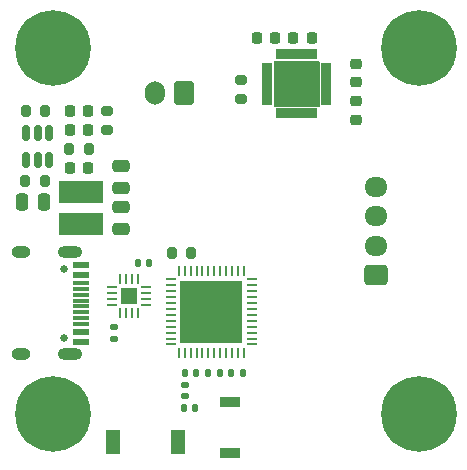
<source format=gbr>
%TF.GenerationSoftware,KiCad,Pcbnew,7.0.10*%
%TF.CreationDate,2024-02-04T10:39:00+08:00*%
%TF.ProjectId,42stepmotor,34327374-6570-46d6-9f74-6f722e6b6963,rev?*%
%TF.SameCoordinates,Original*%
%TF.FileFunction,Soldermask,Top*%
%TF.FilePolarity,Negative*%
%FSLAX46Y46*%
G04 Gerber Fmt 4.6, Leading zero omitted, Abs format (unit mm)*
G04 Created by KiCad (PCBNEW 7.0.10) date 2024-02-04 10:39:00*
%MOMM*%
%LPD*%
G01*
G04 APERTURE LIST*
G04 Aperture macros list*
%AMRoundRect*
0 Rectangle with rounded corners*
0 $1 Rounding radius*
0 $2 $3 $4 $5 $6 $7 $8 $9 X,Y pos of 4 corners*
0 Add a 4 corners polygon primitive as box body*
4,1,4,$2,$3,$4,$5,$6,$7,$8,$9,$2,$3,0*
0 Add four circle primitives for the rounded corners*
1,1,$1+$1,$2,$3*
1,1,$1+$1,$4,$5*
1,1,$1+$1,$6,$7*
1,1,$1+$1,$8,$9*
0 Add four rect primitives between the rounded corners*
20,1,$1+$1,$2,$3,$4,$5,0*
20,1,$1+$1,$4,$5,$6,$7,0*
20,1,$1+$1,$6,$7,$8,$9,0*
20,1,$1+$1,$8,$9,$2,$3,0*%
G04 Aperture macros list end*
%ADD10RoundRect,0.250000X0.725000X-0.600000X0.725000X0.600000X-0.725000X0.600000X-0.725000X-0.600000X0*%
%ADD11O,1.950000X1.700000*%
%ADD12RoundRect,0.140000X0.140000X0.170000X-0.140000X0.170000X-0.140000X-0.170000X0.140000X-0.170000X0*%
%ADD13O,1.700000X2.000000*%
%ADD14RoundRect,0.250000X0.600000X0.750000X-0.600000X0.750000X-0.600000X-0.750000X0.600000X-0.750000X0*%
%ADD15RoundRect,0.218750X-0.218750X-0.256250X0.218750X-0.256250X0.218750X0.256250X-0.218750X0.256250X0*%
%ADD16C,0.650000*%
%ADD17R,1.450000X0.600000*%
%ADD18R,1.450000X0.300000*%
%ADD19O,2.100000X1.000000*%
%ADD20O,1.600000X1.000000*%
%ADD21RoundRect,0.225000X-0.225000X-0.250000X0.225000X-0.250000X0.225000X0.250000X-0.225000X0.250000X0*%
%ADD22RoundRect,0.225000X-0.250000X0.225000X-0.250000X-0.225000X0.250000X-0.225000X0.250000X0.225000X0*%
%ADD23RoundRect,0.102000X1.854200X1.854200X-1.854200X1.854200X-1.854200X-1.854200X1.854200X-1.854200X0*%
%ADD24RoundRect,0.102000X-0.152400X-0.355600X0.152400X-0.355600X0.152400X0.355600X-0.152400X0.355600X0*%
%ADD25RoundRect,0.102000X0.355600X-0.152400X0.355600X0.152400X-0.355600X0.152400X-0.355600X-0.152400X0*%
%ADD26RoundRect,0.250000X0.475000X-0.250000X0.475000X0.250000X-0.475000X0.250000X-0.475000X-0.250000X0*%
%ADD27RoundRect,0.200000X-0.200000X-0.275000X0.200000X-0.275000X0.200000X0.275000X-0.200000X0.275000X0*%
%ADD28RoundRect,0.140000X0.170000X-0.140000X0.170000X0.140000X-0.170000X0.140000X-0.170000X-0.140000X0*%
%ADD29R,1.700000X0.900000*%
%ADD30RoundRect,0.200000X0.275000X-0.200000X0.275000X0.200000X-0.275000X0.200000X-0.275000X-0.200000X0*%
%ADD31RoundRect,0.062500X-0.062500X0.375000X-0.062500X-0.375000X0.062500X-0.375000X0.062500X0.375000X0*%
%ADD32RoundRect,0.062500X-0.375000X0.062500X-0.375000X-0.062500X0.375000X-0.062500X0.375000X0.062500X0*%
%ADD33R,1.450000X1.450000*%
%ADD34RoundRect,0.135000X-0.135000X-0.185000X0.135000X-0.185000X0.135000X0.185000X-0.135000X0.185000X0*%
%ADD35C,0.800000*%
%ADD36C,6.400000*%
%ADD37RoundRect,0.150000X-0.150000X0.512500X-0.150000X-0.512500X0.150000X-0.512500X0.150000X0.512500X0*%
%ADD38R,3.700000X1.900000*%
%ADD39RoundRect,0.225000X0.225000X0.250000X-0.225000X0.250000X-0.225000X-0.250000X0.225000X-0.250000X0*%
%ADD40R,1.200000X2.000000*%
%ADD41RoundRect,0.250000X0.250000X0.475000X-0.250000X0.475000X-0.250000X-0.475000X0.250000X-0.475000X0*%
%ADD42RoundRect,0.250000X-0.475000X0.250000X-0.475000X-0.250000X0.475000X-0.250000X0.475000X0.250000X0*%
%ADD43RoundRect,0.140000X-0.140000X-0.170000X0.140000X-0.170000X0.140000X0.170000X-0.140000X0.170000X0*%
%ADD44RoundRect,0.062500X0.062500X-0.337500X0.062500X0.337500X-0.062500X0.337500X-0.062500X-0.337500X0*%
%ADD45RoundRect,0.062500X0.337500X-0.062500X0.337500X0.062500X-0.337500X0.062500X-0.337500X-0.062500X0*%
%ADD46R,5.300000X5.300000*%
%ADD47RoundRect,0.200000X0.200000X0.275000X-0.200000X0.275000X-0.200000X-0.275000X0.200000X-0.275000X0*%
%ADD48RoundRect,0.147500X0.172500X-0.147500X0.172500X0.147500X-0.172500X0.147500X-0.172500X-0.147500X0*%
G04 APERTURE END LIST*
D10*
%TO.C,E2*%
X127400000Y-108200000D03*
D11*
X127400000Y-105700000D03*
X127400000Y-103200000D03*
X127400000Y-100700000D03*
%TD*%
D12*
%TO.C,C7*%
X107220000Y-107200000D03*
X108180000Y-107200000D03*
%TD*%
D13*
%TO.C,J1*%
X108650000Y-92750000D03*
D14*
X111150000Y-92750000D03*
%TD*%
D15*
%TO.C,D2*%
X103012500Y-94325000D03*
X101437500Y-94325000D03*
%TD*%
D16*
%TO.C,J2*%
X100940000Y-107710000D03*
X100940000Y-113490000D03*
D17*
X102385000Y-107350000D03*
X102385000Y-108150000D03*
D18*
X102385000Y-109350000D03*
X102385000Y-110350000D03*
X102385000Y-110850000D03*
X102385000Y-111850000D03*
D17*
X102385000Y-113050000D03*
X102385000Y-113850000D03*
X102385000Y-113850000D03*
X102385000Y-113050000D03*
D18*
X102385000Y-112350000D03*
X102385000Y-111350000D03*
X102385000Y-109850000D03*
X102385000Y-108850000D03*
D17*
X102385000Y-108150000D03*
X102385000Y-107350000D03*
D19*
X101470000Y-106280000D03*
D20*
X97290000Y-106280000D03*
D19*
X101470000Y-114920000D03*
D20*
X97290000Y-114920000D03*
%TD*%
D21*
%TO.C,C9*%
X121923510Y-88098510D03*
X120373510Y-88098510D03*
%TD*%
D22*
%TO.C,C11*%
X125650000Y-91875000D03*
X125650000Y-90325000D03*
%TD*%
D23*
%TO.C,U5*%
X120650760Y-92000760D03*
D24*
X122151900Y-94500760D03*
X121651520Y-94500760D03*
X121151141Y-94500760D03*
X120650760Y-94500760D03*
X120150379Y-94500760D03*
X119650000Y-94500760D03*
X119149620Y-94500760D03*
D25*
X118150760Y-93501900D03*
X118150760Y-93001520D03*
X118150760Y-92501141D03*
X118150760Y-92000760D03*
X118150760Y-91500379D03*
X118150760Y-91000000D03*
X118150760Y-90499620D03*
D24*
X119149620Y-89500760D03*
X119650000Y-89500760D03*
X120150379Y-89500760D03*
X120650760Y-89500760D03*
X121151141Y-89500760D03*
X121651520Y-89500760D03*
X122151900Y-89500760D03*
D25*
X123150760Y-90499620D03*
X123150760Y-91000000D03*
X123150760Y-91500379D03*
X123150760Y-92000760D03*
X123150760Y-92501141D03*
X123150760Y-93001520D03*
X123150760Y-93501900D03*
%TD*%
D22*
%TO.C,C12*%
X125650000Y-95025000D03*
X125650000Y-93475000D03*
%TD*%
D12*
%TO.C,CANT_C2*%
X111210000Y-116470000D03*
X112170000Y-116470000D03*
%TD*%
D26*
%TO.C,C4*%
X105825000Y-98925000D03*
X105825000Y-100825000D03*
%TD*%
D27*
%TO.C,R2*%
X99375000Y-94325000D03*
X97725000Y-94325000D03*
%TD*%
D28*
%TO.C,C3*%
X105200000Y-112620000D03*
X105200000Y-113580000D03*
%TD*%
D21*
%TO.C,C2*%
X103000000Y-95925000D03*
X101450000Y-95925000D03*
%TD*%
D29*
%TO.C,SW1*%
X115000000Y-118900000D03*
X115000000Y-123300000D03*
%TD*%
D12*
%TO.C,ANT_C1*%
X111120000Y-119470000D03*
X112080000Y-119470000D03*
%TD*%
D30*
%TO.C,R11*%
X104625000Y-94300000D03*
X104625000Y-95950000D03*
%TD*%
D31*
%TO.C,U1*%
X107212500Y-108512500D03*
X106712500Y-108512500D03*
X106212500Y-108512500D03*
X105712500Y-108512500D03*
D32*
X105025000Y-109200000D03*
X105025000Y-109700000D03*
X105025000Y-110200000D03*
X105025000Y-110700000D03*
D31*
X105712500Y-111387500D03*
X106212500Y-111387500D03*
X106712500Y-111387500D03*
X107212500Y-111387500D03*
D32*
X107900000Y-110700000D03*
X107900000Y-110200000D03*
X107900000Y-109700000D03*
X107900000Y-109200000D03*
D33*
X106462500Y-109950000D03*
%TD*%
D34*
%TO.C,R4*%
X114210000Y-116500000D03*
X113190000Y-116500000D03*
%TD*%
D35*
%TO.C,H3*%
X128600000Y-89000000D03*
X129302944Y-87302944D03*
X129302944Y-90697056D03*
X131000000Y-86600000D03*
D36*
X131000000Y-89000000D03*
D35*
X131000000Y-91400000D03*
X132697056Y-87302944D03*
X132697056Y-90697056D03*
X133400000Y-89000000D03*
%TD*%
D27*
%TO.C,R1*%
X103050000Y-97525000D03*
X101400000Y-97525000D03*
%TD*%
D37*
%TO.C,U4*%
X99675000Y-98412500D03*
X98725000Y-98412500D03*
X97775000Y-98412500D03*
X97775000Y-96137500D03*
X98725000Y-96137500D03*
X99675000Y-96137500D03*
%TD*%
D27*
%TO.C,R3*%
X99350000Y-100225000D03*
X97700000Y-100225000D03*
%TD*%
D35*
%TO.C,H2*%
X97600000Y-120000000D03*
X98302944Y-118302944D03*
X98302944Y-121697056D03*
X100000000Y-117600000D03*
D36*
X100000000Y-120000000D03*
D35*
X100000000Y-122400000D03*
X101697056Y-118302944D03*
X101697056Y-121697056D03*
X102400000Y-120000000D03*
%TD*%
D38*
%TO.C,L1*%
X102425000Y-103875000D03*
X102425000Y-101175000D03*
%TD*%
D30*
%TO.C,R9*%
X115948510Y-91673510D03*
X115948510Y-93323510D03*
%TD*%
D39*
%TO.C,C13*%
X117273510Y-88098510D03*
X118823510Y-88098510D03*
%TD*%
D35*
%TO.C,H4*%
X97600000Y-89000000D03*
X98302944Y-87302944D03*
X98302944Y-90697056D03*
X100000000Y-86600000D03*
D36*
X100000000Y-89000000D03*
D35*
X100000000Y-91400000D03*
X101697056Y-87302944D03*
X101697056Y-90697056D03*
X102400000Y-89000000D03*
%TD*%
D40*
%TO.C,E1*%
X110650000Y-122300000D03*
X105150000Y-122300000D03*
%TD*%
D35*
%TO.C,H1*%
X128600000Y-120000000D03*
X129302944Y-118302944D03*
X129302944Y-121697056D03*
X131000000Y-117600000D03*
D36*
X131000000Y-120000000D03*
D35*
X131000000Y-122400000D03*
X132697056Y-118302944D03*
X132697056Y-121697056D03*
X133400000Y-120000000D03*
%TD*%
D39*
%TO.C,C1*%
X101450000Y-99125000D03*
X103000000Y-99125000D03*
%TD*%
D41*
%TO.C,C5*%
X97375000Y-102025000D03*
X99275000Y-102025000D03*
%TD*%
D42*
%TO.C,C8*%
X105825000Y-104325000D03*
X105825000Y-102425000D03*
%TD*%
D43*
%TO.C,C6*%
X116080000Y-116500000D03*
X115120000Y-116500000D03*
%TD*%
D44*
%TO.C,U3*%
X110690000Y-114770000D03*
X111190000Y-114770000D03*
X111690000Y-114770000D03*
X112190000Y-114770000D03*
X112690000Y-114770000D03*
X113190000Y-114770000D03*
X113690000Y-114770000D03*
X114190000Y-114770000D03*
X114690000Y-114770000D03*
X115190000Y-114770000D03*
X115690000Y-114770000D03*
X116190000Y-114770000D03*
D45*
X116890000Y-114070000D03*
X116890000Y-113570000D03*
X116890000Y-113070000D03*
X116890000Y-112570000D03*
X116890000Y-112070000D03*
X116890000Y-111570000D03*
X116890000Y-111070000D03*
X116890000Y-110570000D03*
X116890000Y-110070000D03*
X116890000Y-109570000D03*
X116890000Y-109070000D03*
X116890000Y-108570000D03*
D44*
X116190000Y-107870000D03*
X115690000Y-107870000D03*
X115190000Y-107870000D03*
X114690000Y-107870000D03*
X114190000Y-107870000D03*
X113690000Y-107870000D03*
X113190000Y-107870000D03*
X112690000Y-107870000D03*
X112190000Y-107870000D03*
X111690000Y-107870000D03*
X111190000Y-107870000D03*
X110690000Y-107870000D03*
D45*
X109990000Y-108570000D03*
X109990000Y-109070000D03*
X109990000Y-109570000D03*
X109990000Y-110070000D03*
X109990000Y-110570000D03*
X109990000Y-111070000D03*
X109990000Y-111570000D03*
X109990000Y-112070000D03*
X109990000Y-112570000D03*
X109990000Y-113070000D03*
X109990000Y-113570000D03*
X109990000Y-114070000D03*
D46*
X113440000Y-111320000D03*
%TD*%
D47*
%TO.C,R6*%
X110075000Y-106300000D03*
X111725000Y-106300000D03*
%TD*%
D48*
%TO.C,ANT_L1*%
X111200000Y-117485000D03*
X111200000Y-118455000D03*
%TD*%
M02*

</source>
